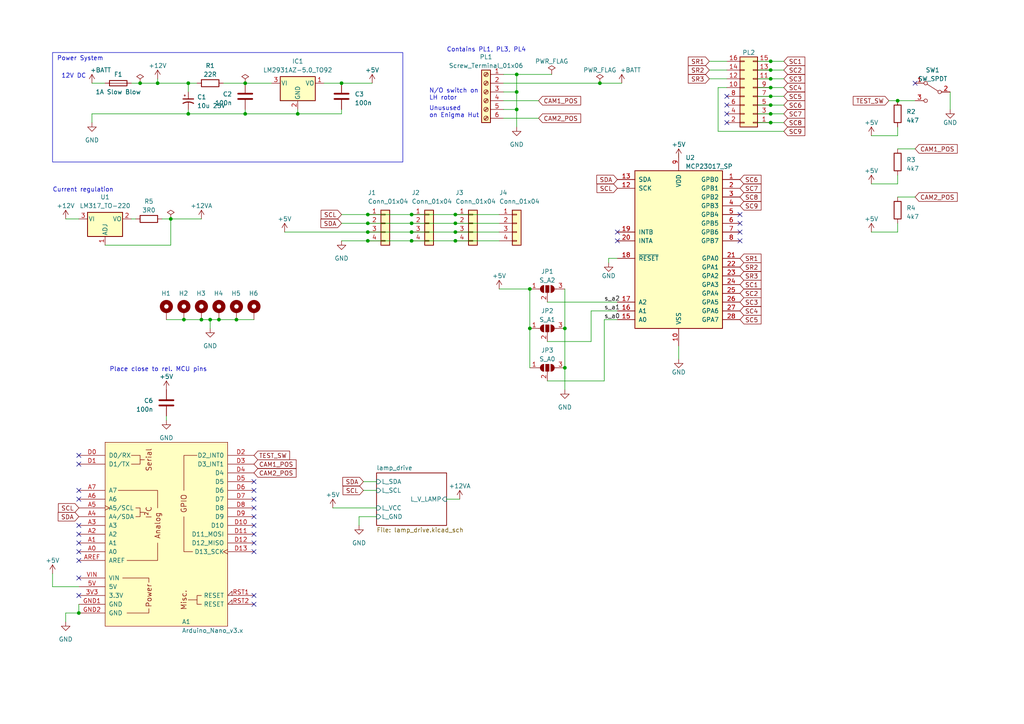
<source format=kicad_sch>
(kicad_sch (version 20230121) (generator eeschema)
  (paper "A4")
  (title_block (title "EngimaHut Switch Board"))
  (lib_symbols
    (symbol "Connector:Screw_Terminal_01x06" (pin_names (offset 1.016) hide)
      (property "Reference" "J" (at 0 7.62 0))
      (property "Value" "Screw_Terminal_01x06" (at 0 -10.16 0))
      (symbol "Screw_Terminal_01x06_1_1"
        (rectangle (start -1.27 6.35) (end 1.27 -8.89) (stroke (width 0.254)) (fill (type background)))
        (circle (center 0 -7.62) (radius 0.635) (stroke (width 0.1524)))
        (circle (center 0 -5.08) (radius 0.635) (stroke (width 0.1524)))
        (circle (center 0 -2.54) (radius 0.635) (stroke (width 0.1524)))
        (polyline (pts (xy -0.5334 -7.2898) (xy 0.3302 -8.128)) (stroke (width 0.1524)))
        (polyline (pts (xy -0.5334 -4.7498) (xy 0.3302 -5.588)) (stroke (width 0.1524)))
        (polyline (pts (xy -0.5334 -2.2098) (xy 0.3302 -3.048)) (stroke (width 0.1524)))
        (polyline (pts (xy -0.5334 0.3302) (xy 0.3302 -0.508)) (stroke (width 0.1524)))
        (polyline (pts (xy -0.5334 2.8702) (xy 0.3302 2.032)) (stroke (width 0.1524)))
        (polyline (pts (xy -0.5334 5.4102) (xy 0.3302 4.572)) (stroke (width 0.1524)))
        (polyline (pts (xy -0.3556 -7.112) (xy 0.508 -7.9502)) (stroke (width 0.1524)))
        (polyline (pts (xy -0.3556 -4.572) (xy 0.508 -5.4102)) (stroke (width 0.1524)))
        (polyline (pts (xy -0.3556 -2.032) (xy 0.508 -2.8702)) (stroke (width 0.1524)))
        (polyline (pts (xy -0.3556 0.508) (xy 0.508 -0.3302)) (stroke (width 0.1524)))
        (polyline (pts (xy -0.3556 3.048) (xy 0.508 2.2098)) (stroke (width 0.1524)))
        (polyline (pts (xy -0.3556 5.588) (xy 0.508 4.7498)) (stroke (width 0.1524)))
        (circle (center 0 0) (radius 0.635) (stroke (width 0.1524)))
        (circle (center 0 2.54) (radius 0.635) (stroke (width 0.1524)))
        (circle (center 0 5.08) (radius 0.635) (stroke (width 0.1524)))
        (pin passive line (at -5.08 5.08 0) (length 3.81) (name "Pin_1") (number "1"))
        (pin passive line (at -5.08 2.54 0) (length 3.81) (name "Pin_2") (number "2"))
        (pin passive line (at -5.08 0 0) (length 3.81) (name "Pin_3") (number "3"))
        (pin passive line (at -5.08 -2.54 0) (length 3.81) (name "Pin_4") (number "4"))
        (pin passive line (at -5.08 -5.08 0) (length 3.81) (name "Pin_5") (number "5"))
        (pin passive line (at -5.08 -7.62 0) (length 3.81) (name "Pin_6") (number "6"))
      )
    )
    (symbol "Connector_Generic:Conn_01x04" (pin_names (offset 1.016) hide)
      (property "Reference" "J" (at 0 5.08 0))
      (property "Value" "Conn_01x04" (at 0 -7.62 0))
      (symbol "Conn_01x04_1_1"
        (rectangle (start -1.27 -4.953) (end 0 -5.207) (stroke (width 0.1524)))
        (rectangle (start -1.27 -2.413) (end 0 -2.667) (stroke (width 0.1524)))
        (rectangle (start -1.27 0.127) (end 0 -0.127) (stroke (width 0.1524)))
        (rectangle (start -1.27 2.667) (end 0 2.413) (stroke (width 0.1524)))
        (rectangle (start -1.27 3.81) (end 1.27 -6.35) (stroke (width 0.254)) (fill (type background)))
        (pin passive line (at -5.08 2.54 0) (length 3.81) (name "Pin_1") (number "1"))
        (pin passive line (at -5.08 0 0) (length 3.81) (name "Pin_2") (number "2"))
        (pin passive line (at -5.08 -2.54 0) (length 3.81) (name "Pin_3") (number "3"))
        (pin passive line (at -5.08 -5.08 0) (length 3.81) (name "Pin_4") (number "4"))
      )
    )
    (symbol "Connector_Generic:Conn_02x08_Odd_Even" (pin_names (offset 1.016) hide)
      (property "Reference" "J" (at 1.27 10.16 0))
      (property "Value" "Conn_02x08_Odd_Even" (at 1.27 -12.7 0))
      (symbol "Conn_02x08_Odd_Even_1_1"
        (rectangle (start -1.27 -10.033) (end 0 -10.287) (stroke (width 0.1524)))
        (rectangle (start -1.27 -7.493) (end 0 -7.747) (stroke (width 0.1524)))
        (rectangle (start -1.27 -4.953) (end 0 -5.207) (stroke (width 0.1524)))
        (rectangle (start -1.27 -2.413) (end 0 -2.667) (stroke (width 0.1524)))
        (rectangle (start -1.27 0.127) (end 0 -0.127) (stroke (width 0.1524)))
        (rectangle (start -1.27 2.667) (end 0 2.413) (stroke (width 0.1524)))
        (rectangle (start -1.27 5.207) (end 0 4.953) (stroke (width 0.1524)))
        (rectangle (start -1.27 7.747) (end 0 7.493) (stroke (width 0.1524)))
        (rectangle (start -1.27 8.89) (end 3.81 -11.43) (stroke (width 0.254)) (fill (type background)))
        (rectangle (start 3.81 -10.033) (end 2.54 -10.287) (stroke (width 0.1524)))
        (rectangle (start 3.81 -7.493) (end 2.54 -7.747) (stroke (width 0.1524)))
        (rectangle (start 3.81 -4.953) (end 2.54 -5.207) (stroke (width 0.1524)))
        (rectangle (start 3.81 -2.413) (end 2.54 -2.667) (stroke (width 0.1524)))
        (rectangle (start 3.81 0.127) (end 2.54 -0.127) (stroke (width 0.1524)))
        (rectangle (start 3.81 2.667) (end 2.54 2.413) (stroke (width 0.1524)))
        (rectangle (start 3.81 5.207) (end 2.54 4.953) (stroke (width 0.1524)))
        (rectangle (start 3.81 7.747) (end 2.54 7.493) (stroke (width 0.1524)))
        (pin passive line (at -5.08 7.62 0) (length 3.81) (name "Pin_1") (number "1"))
        (pin passive line (at 7.62 -2.54 180) (length 3.81) (name "Pin_10") (number "10"))
        (pin passive line (at -5.08 -5.08 0) (length 3.81) (name "Pin_11") (number "11"))
        (pin passive line (at 7.62 -5.08 180) (length 3.81) (name "Pin_12") (number "12"))
        (pin passive line (at -5.08 -7.62 0) (length 3.81) (name "Pin_13") (number "13"))
        (pin passive line (at 7.62 -7.62 180) (length 3.81) (name "Pin_14") (number "14"))
        (pin passive line (at -5.08 -10.16 0) (length 3.81) (name "Pin_15") (number "15"))
        (pin passive line (at 7.62 -10.16 180) (length 3.81) (name "Pin_16") (number "16"))
        (pin passive line (at 7.62 7.62 180) (length 3.81) (name "Pin_2") (number "2"))
        (pin passive line (at -5.08 5.08 0) (length 3.81) (name "Pin_3") (number "3"))
        (pin passive line (at 7.62 5.08 180) (length 3.81) (name "Pin_4") (number "4"))
        (pin passive line (at -5.08 2.54 0) (length 3.81) (name "Pin_5") (number "5"))
        (pin passive line (at 7.62 2.54 180) (length 3.81) (name "Pin_6") (number "6"))
        (pin passive line (at -5.08 0 0) (length 3.81) (name "Pin_7") (number "7"))
        (pin passive line (at 7.62 0 180) (length 3.81) (name "Pin_8") (number "8"))
        (pin passive line (at -5.08 -2.54 0) (length 3.81) (name "Pin_9") (number "9"))
      )
    )
    (symbol "Device:C" (pin_numbers hide) (pin_names (offset 0.254))
      (property "Reference" "C" (at 0.635 2.54 0))
      (property "Value" "C" (at 0.635 -2.54 0))
      (symbol "C_0_1"
        (polyline (pts (xy -2.032 -0.762) (xy 2.032 -0.762)) (stroke (width 0.508)))
        (polyline (pts (xy -2.032 0.762) (xy 2.032 0.762)) (stroke (width 0.508)))
      )
      (symbol "C_1_1"
        (pin passive line (at 0 3.81 270) (length 2.794) (name "~") (number "1"))
        (pin passive line (at 0 -3.81 90) (length 2.794) (name "~") (number "2"))
      )
    )
    (symbol "Device:C_Polarized_Small_US" (pin_numbers hide) (pin_names (offset 0.254) hide)
      (property "Reference" "C" (at 0.254 1.778 0))
      (property "Value" "C_Polarized_Small_US" (at 0.254 -2.032 0))
      (symbol "C_Polarized_Small_US_0_1"
        (polyline (pts (xy -1.524 0.508) (xy 1.524 0.508)) (stroke (width 0.3048)))
        (polyline (pts (xy -1.27 1.524) (xy -0.762 1.524)))
        (polyline (pts (xy -1.016 1.27) (xy -1.016 1.778)))
        (arc (start 1.524 -0.762) (mid 0 -0.3734) (end -1.524 -0.762) (stroke (width 0.3048)))
      )
      (symbol "C_Polarized_Small_US_1_1"
        (pin passive line (at 0 2.54 270) (length 2.032) (name "~") (number "1"))
        (pin passive line (at 0 -2.54 90) (length 2.032) (name "~") (number "2"))
      )
    )
    (symbol "Device:Fuse" (pin_numbers hide) (pin_names (offset 0))
      (property "Reference" "F" (at 2.032 0 90))
      (property "Value" "Fuse" (at -1.905 0 90))
      (symbol "Fuse_0_1"
        (rectangle (start -0.762 -2.54) (end 0.762 2.54) (stroke (width 0.254)))
        (polyline (pts (xy 0 2.54) (xy 0 -2.54)))
      )
      (symbol "Fuse_1_1"
        (pin passive line (at 0 3.81 270) (length 1.27) (name "~") (number "1"))
        (pin passive line (at 0 -3.81 90) (length 1.27) (name "~") (number "2"))
      )
    )
    (symbol "Device:R" (pin_numbers hide) (pin_names (offset 0))
      (property "Reference" "R" (at 2.032 0 90))
      (property "Value" "R" (at 0 0 90))
      (symbol "R_0_1"
        (rectangle (start -1.016 -2.54) (end 1.016 2.54) (stroke (width 0.254)))
      )
      (symbol "R_1_1"
        (pin passive line (at 0 3.81 270) (length 1.27) (name "~") (number "1"))
        (pin passive line (at 0 -3.81 90) (length 1.27) (name "~") (number "2"))
      )
    )
    (symbol "Interface_Expansion:MCP23017_SP" (pin_names (offset 1.016))
      (property "Reference" "U" (at -11.43 24.13 0))
      (property "Value" "MCP23017_SP" (at 0 0 0))
      (symbol "MCP23017_SP_0_1"
        (rectangle (start -12.7 22.86) (end 12.7 -22.86) (stroke (width 0.254)) (fill (type background)))
      )
      (symbol "MCP23017_SP_1_1"
        (pin bidirectional line (at 17.78 20.32 180) (length 5.08) (name "GPB0") (number "1"))
        (pin power_in line (at 0 -27.94 90) (length 5.08) (name "VSS") (number "10"))
        (pin no_connect line (at -12.7 15.24 0) (length 5.08) hide (name "NC") (number "11"))
        (pin input line (at -17.78 17.78 0) (length 5.08) (name "SCK") (number "12"))
        (pin bidirectional line (at -17.78 20.32 0) (length 5.08) (name "SDA") (number "13"))
        (pin no_connect line (at -12.7 12.7 0) (length 5.08) hide (name "NC") (number "14"))
        (pin input line (at -17.78 -20.32 0) (length 5.08) (name "A0") (number "15"))
        (pin input line (at -17.78 -17.78 0) (length 5.08) (name "A1") (number "16"))
        (pin input line (at -17.78 -15.24 0) (length 5.08) (name "A2") (number "17"))
        (pin input line (at -17.78 -2.54 0) (length 5.08) (name "~{RESET}") (number "18"))
        (pin tri_state line (at -17.78 5.08 0) (length 5.08) (name "INTB") (number "19"))
        (pin bidirectional line (at 17.78 17.78 180) (length 5.08) (name "GPB1") (number "2"))
        (pin tri_state line (at -17.78 2.54 0) (length 5.08) (name "INTA") (number "20"))
        (pin bidirectional line (at 17.78 -2.54 180) (length 5.08) (name "GPA0") (number "21"))
        (pin bidirectional line (at 17.78 -5.08 180) (length 5.08) (name "GPA1") (number "22"))
        (pin bidirectional line (at 17.78 -7.62 180) (length 5.08) (name "GPA2") (number "23"))
        (pin bidirectional line (at 17.78 -10.16 180) (length 5.08) (name "GPA3") (number "24"))
        (pin bidirectional line (at 17.78 -12.7 180) (length 5.08) (name "GPA4") (number "25"))
        (pin bidirectional line (at 17.78 -15.24 180) (length 5.08) (name "GPA5") (number "26"))
        (pin bidirectional line (at 17.78 -17.78 180) (length 5.08) (name "GPA6") (number "27"))
        (pin bidirectional line (at 17.78 -20.32 180) (length 5.08) (name "GPA7") (number "28"))
        (pin bidirectional line (at 17.78 15.24 180) (length 5.08) (name "GPB2") (number "3"))
        (pin bidirectional line (at 17.78 12.7 180) (length 5.08) (name "GPB3") (number "4"))
        (pin bidirectional line (at 17.78 10.16 180) (length 5.08) (name "GPB4") (number "5"))
        (pin bidirectional line (at 17.78 7.62 180) (length 5.08) (name "GPB5") (number "6"))
        (pin bidirectional line (at 17.78 5.08 180) (length 5.08) (name "GPB6") (number "7"))
        (pin bidirectional line (at 17.78 2.54 180) (length 5.08) (name "GPB7") (number "8"))
        (pin power_in line (at 0 27.94 270) (length 5.08) (name "VDD") (number "9"))
      )
    )
    (symbol "Jumper:SolderJumper_3_Open" (pin_names (offset 0) hide)
      (property "Reference" "JP" (at -2.54 -2.54 0))
      (property "Value" "SolderJumper_3_Open" (at 0 2.794 0))
      (symbol "SolderJumper_3_Open_0_1"
        (arc (start -1.016 1.016) (mid -2.0276 0) (end -1.016 -1.016))
        (arc (start -1.016 1.016) (mid -2.0276 0) (end -1.016 -1.016) (fill (type outline)))
        (rectangle (start -0.508 1.016) (end 0.508 -1.016) (fill (type outline)))
        (polyline (pts (xy -2.54 0) (xy -2.032 0)))
        (polyline (pts (xy -1.016 1.016) (xy -1.016 -1.016)))
        (polyline (pts (xy 0 -1.27) (xy 0 -1.016)))
        (polyline (pts (xy 1.016 1.016) (xy 1.016 -1.016)))
        (polyline (pts (xy 2.54 0) (xy 2.032 0)))
        (arc (start 1.016 -1.016) (mid 2.0276 0) (end 1.016 1.016))
        (arc (start 1.016 -1.016) (mid 2.0276 0) (end 1.016 1.016) (fill (type outline)))
      )
      (symbol "SolderJumper_3_Open_1_1"
        (pin passive line (at -5.08 0 0) (length 2.54) (name "A") (number "1"))
        (pin passive line (at 0 -3.81 90) (length 2.54) (name "C") (number "2"))
        (pin passive line (at 5.08 0 180) (length 2.54) (name "B") (number "3"))
      )
    )
    (symbol "Mechanical:MountingHole_Pad" (pin_numbers hide) (pin_names (offset 1.016) hide)
      (property "Reference" "H" (at 0 6.35 0))
      (property "Value" "MountingHole_Pad" (at 0 4.445 0))
      (symbol "MountingHole_Pad_0_1"
        (circle (center 0 1.27) (radius 1.27) (stroke (width 1.27)))
      )
      (symbol "MountingHole_Pad_1_1"
        (pin input line (at 0 -2.54 90) (length 2.54) (name "1") (number "1"))
      )
    )
    (symbol "PCM_arduino-library:Arduino_Nano_Socket" (pin_names (offset 1.016))
      (property "Reference" "A" (at 0 33.02 0))
      (property "Value" "Arduino_Nano_Socket" (at 0 29.21 0))
      (symbol "Arduino_Nano_Socket_0_0"
        (rectangle (start -17.78 26.67) (end 17.78 -26.67) (fill (type background)))
        (polyline (pts (xy -7.62 6.35) (xy -6.35 6.35)))
        (polyline (pts (xy -7.62 21.59) (xy -6.35 21.59)))
        (polyline (pts (xy 8.89 -19.05) (xy 6.35 -19.05)))
        (polyline (pts (xy -11.43 -22.86) (xy -5.08 -22.86) (xy -5.08 -21.59)))
        (polyline (pts (xy -5.08 -13.97) (xy -5.08 -12.7) (xy -12.7 -12.7)))
        (polyline (pts (xy -10.16 22.86) (xy -7.62 22.86) (xy -7.62 20.32) (xy -10.16 20.32)))
        (polyline (pts (xy -8.89 7.62) (xy -7.62 7.62) (xy -7.62 5.08) (xy -8.89 5.08)))
        (text "Analog" (at -2.54 2.54 900) (effects (font (size 1.524 1.524))))
        (text "I²C" (at -5.08 6.35 900) (effects (font (size 1.524 1.524))))
        (text "Misc." (at 5.08 -19.05 900) (effects (font (size 1.524 1.524))))
        (text "Power" (at -5.08 -17.78 900) (effects (font (size 1.524 1.524))))
        (text "Serial" (at -5.08 21.59 900) (effects (font (size 1.524 1.524))))
      )
      (symbol "Arduino_Nano_Socket_0_1"
        (polyline (pts (xy -13.97 12.7) (xy -2.54 12.7) (xy -2.54 7.62)))
        (polyline (pts (xy -11.43 -7.62) (xy -2.54 -7.62) (xy -2.54 -2.54)))
        (polyline (pts (xy 7.62 -5.08) (xy 5.08 -5.08) (xy 5.08 5.08)))
        (polyline (pts (xy 8.89 22.86) (xy 5.08 22.86) (xy 5.08 12.7)))
        (polyline (pts (xy 10.16 -17.78) (xy 8.89 -17.78) (xy 8.89 -20.32) (xy 10.16 -20.32)))
      )
      (symbol "Arduino_Nano_Socket_1_0"
        (text "GPIO" (at 5.08 8.89 900) (effects (font (size 1.524 1.524))))
      )
      (symbol "Arduino_Nano_Socket_1_1"
        (pin power_out line (at -25.4 -17.78 0) (length 7.62) (name "3.3V") (number "3V3"))
        (pin power_in line (at -25.4 -15.24 0) (length 7.62) (name "5V") (number "5V"))
        (pin bidirectional line (at -25.4 -5.08 0) (length 7.62) (name "A0") (number "A0"))
        (pin bidirectional line (at -25.4 -2.54 0) (length 7.62) (name "A1") (number "A1"))
        (pin bidirectional line (at -25.4 0 0) (length 7.62) (name "A2") (number "A2"))
        (pin bidirectional line (at -25.4 2.54 0) (length 7.62) (name "A3") (number "A3"))
        (pin bidirectional line (at -25.4 5.08 0) (length 7.62) (name "A4/SDA") (number "A4"))
        (pin bidirectional clock (at -25.4 7.62 0) (length 7.62) (name "A5/SCL") (number "A5"))
        (pin input line (at -25.4 10.16 0) (length 7.62) (name "A6") (number "A6"))
        (pin input line (at -25.4 12.7 0) (length 7.62) (name "A7") (number "A7"))
        (pin input line (at -25.4 -7.62 0) (length 7.62) (name "AREF") (number "AREF"))
        (pin bidirectional line (at -25.4 22.86 0) (length 7.62) (name "D0/RX") (number "D0"))
        (pin bidirectional line (at -25.4 20.32 0) (length 7.62) (name "D1/TX") (number "D1"))
        (pin bidirectional line (at 25.4 2.54 180) (length 7.62) (name "D10") (number "D10"))
        (pin bidirectional line (at 25.4 0 180) (length 7.62) (name "D11_MOSI") (number "D11"))
        (pin bidirectional line (at 25.4 -2.54 180) (length 7.62) (name "D12_MISO") (number "D12"))
        (pin bidirectional clock (at 25.4 -5.08 180) (length 7.62) (name "D13_SCK") (number "D13"))
        (pin bidirectional line (at 25.4 22.86 180) (length 7.62) (name "D2_INT0") (number "D2"))
        (pin bidirectional line (at 25.4 20.32 180) (length 7.62) (name "D3_INT1") (number "D3"))
        (pin bidirectional line (at 25.4 17.78 180) (length 7.62) (name "D4") (number "D4"))
        (pin bidirectional line (at 25.4 15.24 180) (length 7.62) (name "D5") (number "D5"))
        (pin bidirectional line (at 25.4 12.7 180) (length 7.62) (name "D6") (number "D6"))
        (pin bidirectional line (at 25.4 10.16 180) (length 7.62) (name "D7") (number "D7"))
        (pin bidirectional line (at 25.4 7.62 180) (length 7.62) (name "D8") (number "D8"))
        (pin bidirectional line (at 25.4 5.08 180) (length 7.62) (name "D9") (number "D9"))
        (pin power_in line (at -25.4 -20.32 0) (length 7.62) (name "GND") (number "GND1"))
        (pin power_in line (at -25.4 -22.86 0) (length 7.62) (name "GND") (number "GND2"))
        (pin open_collector input_low (at 25.4 -17.78 180) (length 7.62) (name "RESET") (number "RST1"))
        (pin open_collector input_low (at 25.4 -20.32 180) (length 7.62) (name "RESET") (number "RST2"))
        (pin power_in line (at -25.4 -12.7 0) (length 7.62) (name "VIN") (number "VIN"))
      )
    )
    (symbol "Regulator_Linear:LM2931AZ-5.0_TO92" (pin_names (offset 0.254))
      (property "Reference" "U" (at -3.81 3.175 0))
      (property "Value" "LM2931AZ-5.0_TO92" (at 0 3.175 0))
      (symbol "LM2931AZ-5.0_TO92_0_1"
        (rectangle (start -5.08 -5.08) (end 5.08 1.905) (stroke (width 0.254)) (fill (type background)))
      )
      (symbol "LM2931AZ-5.0_TO92_1_1"
        (pin power_out line (at 7.62 0 180) (length 2.54) (name "VO") (number "1"))
        (pin power_in line (at 0 -7.62 90) (length 2.54) (name "GND") (number "2"))
        (pin power_in line (at -7.62 0 0) (length 2.54) (name "VI") (number "3"))
      )
    )
    (symbol "Regulator_Linear:LM317_TO-220" (pin_names (offset 0.254))
      (property "Reference" "U" (at -3.81 3.175 0))
      (property "Value" "LM317_TO-220" (at 0 3.175 0))
      (symbol "LM317_TO-220_0_1"
        (rectangle (start -5.08 1.905) (end 5.08 -5.08) (stroke (width 0.254)) (fill (type background)))
      )
      (symbol "LM317_TO-220_1_1"
        (pin input line (at 0 -7.62 90) (length 2.54) (name "ADJ") (number "1"))
        (pin power_out line (at 7.62 0 180) (length 2.54) (name "VO") (number "2"))
        (pin power_in line (at -7.62 0 0) (length 2.54) (name "VI") (number "3"))
      )
    )
    (symbol "Switch:SW_SPDT" (pin_names (offset 0) hide)
      (property "Reference" "SW" (at 0 4.318 0))
      (property "Value" "SW_SPDT" (at 0 -5.08 0))
      (symbol "SW_SPDT_0_0"
        (circle (center -2.032 0) (radius 0.508))
        (circle (center 2.032 -2.54) (radius 0.508))
      )
      (symbol "SW_SPDT_0_1"
        (polyline (pts (xy -1.524 0.254) (xy 1.651 2.286)))
        (circle (center 2.032 2.54) (radius 0.508))
      )
      (symbol "SW_SPDT_1_1"
        (pin passive line (at 5.08 2.54 180) (length 2.54) (name "A") (number "1"))
        (pin passive line (at -5.08 0 0) (length 2.54) (name "B") (number "2"))
        (pin passive line (at 5.08 -2.54 180) (length 2.54) (name "C") (number "3"))
      )
    )
    (symbol "power:+12V" (power) (pin_names (offset 0))
      (property "Value" "+12V" (at 0 3.556 0))
      (symbol "+12V_0_1"
        (polyline (pts (xy -0.762 1.27) (xy 0 2.54)))
        (polyline (pts (xy 0 0) (xy 0 2.54)))
        (polyline (pts (xy 0 2.54) (xy 0.762 1.27)))
      )
      (symbol "+12V_1_1"
        (pin power_in line (at 0 0 90) (length 0) hide (name "+12V") (number "1"))
      )
    )
    (symbol "power:+12VA" (power) (pin_names (offset 0))
      (property "Value" "+12VA" (at 0 3.556 0))
      (symbol "+12VA_0_1"
        (polyline (pts (xy -0.762 1.27) (xy 0 2.54)))
        (polyline (pts (xy 0 0) (xy 0 2.54)))
        (polyline (pts (xy 0 2.54) (xy 0.762 1.27)))
      )
      (symbol "+12VA_1_1"
        (pin power_in line (at 0 0 90) (length 0) hide (name "+12VA") (number "1"))
      )
    )
    (symbol "power:+5V" (power) (pin_names (offset 0))
      (property "Value" "+5V" (at 0 3.556 0))
      (symbol "+5V_0_1"
        (polyline (pts (xy -0.762 1.27) (xy 0 2.54)))
        (polyline (pts (xy 0 0) (xy 0 2.54)))
        (polyline (pts (xy 0 2.54) (xy 0.762 1.27)))
      )
      (symbol "+5V_1_1"
        (pin power_in line (at 0 0 90) (length 0) hide (name "+5V") (number "1"))
      )
    )
    (symbol "power:+BATT" (power) (pin_names (offset 0))
      (property "Value" "+BATT" (at 0 3.556 0))
      (symbol "+BATT_0_1"
        (polyline (pts (xy -0.762 1.27) (xy 0 2.54)))
        (polyline (pts (xy 0 0) (xy 0 2.54)))
        (polyline (pts (xy 0 2.54) (xy 0.762 1.27)))
      )
      (symbol "+BATT_1_1"
        (pin power_in line (at 0 0 90) (length 0) hide (name "+BATT") (number "1"))
      )
    )
    (symbol "power:GND" (power) (pin_names (offset 0))
      (property "Value" "GND" (at 0 -3.81 0))
      (symbol "GND_0_1"
        (polyline (pts (xy 0 0) (xy 0 -1.27) (xy 1.27 -1.27) (xy 0 -2.54) (xy -1.27 -1.27) (xy 0 -1.27)))
      )
      (symbol "GND_1_1"
        (pin power_in line (at 0 0 270) (length 0) hide (name "GND") (number "1"))
      )
    )
    (symbol "power:PWR_FLAG" (power) (pin_numbers hide) (pin_names (offset 0) hide)
      (property "Value" "PWR_FLAG" (at 0 3.81 0))
      (symbol "PWR_FLAG_0_0"
        (pin power_out line (at 0 0 90) (length 0) (name "pwr") (number "1"))
      )
      (symbol "PWR_FLAG_0_1"
        (polyline (pts (xy 0 0) (xy 0 1.27) (xy -1.016 1.905) (xy 0 2.54) (xy 1.016 1.905) (xy 0 1.27)))
      )
    )
  )
  (junction (at 223.52 30.48))
  (junction (at 153.67 95.25))
  (junction (at 106.68 62.23))
  (junction (at 149.86 31.75))
  (junction (at 63.5 92.71))
  (junction (at 260.35 29.21))
  (junction (at 223.52 35.56))
  (junction (at 153.67 83.82))
  (junction (at 71.12 33.02))
  (junction (at 163.83 106.68))
  (junction (at 149.86 26.67))
  (junction (at 119.38 64.77))
  (junction (at 106.68 67.31))
  (junction (at 86.36 33.02))
  (junction (at 223.52 17.78))
  (junction (at 60.96 92.71))
  (junction (at 223.52 33.02))
  (junction (at 49.53 63.5))
  (junction (at 132.08 69.85))
  (junction (at 223.52 27.94))
  (junction (at 54.61 24.13))
  (junction (at 132.08 62.23))
  (junction (at 54.61 33.02))
  (junction (at 119.38 67.31))
  (junction (at 119.38 69.85))
  (junction (at 223.52 20.32))
  (junction (at 163.83 95.25))
  (junction (at 106.68 69.85))
  (junction (at 53.34 92.71))
  (junction (at 223.52 25.4))
  (junction (at 223.52 22.86))
  (junction (at 58.42 92.71))
  (junction (at 40.64 24.13))
  (junction (at 99.06 24.13))
  (junction (at 119.38 62.23))
  (junction (at 106.68 64.77))
  (junction (at 22.86 177.8))
  (junction (at 132.08 67.31))
  (junction (at 132.08 64.77))
  (junction (at 173.99 24.13))
  (junction (at 45.72 24.13))
  (junction (at 68.58 92.71))
  (junction (at 71.12 24.13))
  (junction (at 149.86 21.59))
  (no_connect (at 73.66 149.86))
  (no_connect (at 22.86 157.48))
  (no_connect (at 210.82 33.02))
  (no_connect (at 73.66 154.94))
  (no_connect (at 22.86 134.62))
  (no_connect (at 214.63 69.85))
  (no_connect (at 73.66 142.24))
  (no_connect (at 22.86 144.78))
  (no_connect (at 22.86 142.24))
  (no_connect (at 73.66 147.32))
  (no_connect (at 73.66 157.48))
  (no_connect (at 22.86 152.4))
  (no_connect (at 22.86 162.56))
  (no_connect (at 73.66 172.72))
  (no_connect (at 214.63 62.23))
  (no_connect (at 73.66 152.4))
  (no_connect (at 73.66 175.26))
  (no_connect (at 22.86 172.72))
  (no_connect (at 22.86 154.94))
  (no_connect (at 179.07 69.85))
  (no_connect (at 214.63 67.31))
  (no_connect (at 22.86 167.64))
  (no_connect (at 265.43 24.13))
  (no_connect (at 214.63 64.77))
  (no_connect (at 179.07 67.31))
  (no_connect (at 22.86 132.08))
  (no_connect (at 73.66 139.7))
  (no_connect (at 73.66 160.02))
  (no_connect (at 22.86 160.02))
  (no_connect (at 210.82 35.56))
  (no_connect (at 210.82 27.94))
  (no_connect (at 73.66 144.78))
  (no_connect (at 210.82 30.48))
  (wire (pts (xy 132.08 69.85) (xy 144.78 69.85)))
  (wire (pts (xy 196.85 100.33) (xy 196.85 104.14)))
  (wire (pts (xy 129.54 144.78) (xy 133.35 144.78)))
  (wire (pts (xy 146.05 26.67) (xy 149.86 26.67)))
  (wire (pts (xy 260.35 36.83) (xy 260.35 39.37)))
  (wire (pts (xy 223.52 17.78) (xy 227.33 17.78)))
  (wire (pts (xy 146.05 21.59) (xy 149.86 21.59)))
  (wire (pts (xy 132.08 67.31) (xy 144.78 67.31)))
  (wire (pts (xy 149.86 21.59) (xy 160.02 21.59)))
  (wire (pts (xy 54.61 26.67) (xy 54.61 24.13)))
  (wire (pts (xy 64.77 24.13) (xy 71.12 24.13)))
  (wire (pts (xy 219.71 33.02) (xy 223.52 33.02)))
  (wire (pts (xy 219.71 35.56) (xy 223.52 35.56)))
  (wire (pts (xy 99.06 69.85) (xy 106.68 69.85)))
  (wire (pts (xy 22.86 175.26) (xy 22.86 177.8)))
  (wire (pts (xy 99.06 24.13) (xy 107.95 24.13)))
  (wire (pts (xy 45.72 22.86) (xy 45.72 24.13)))
  (wire (pts (xy 86.36 31.75) (xy 86.36 33.02)))
  (wire (pts (xy 146.05 34.29) (xy 156.21 34.29)))
  (wire (pts (xy 58.42 92.71) (xy 60.96 92.71)))
  (wire (pts (xy 119.38 62.23) (xy 132.08 62.23)))
  (wire (pts (xy 175.26 92.71) (xy 175.26 110.49)))
  (wire (pts (xy 176.53 76.2) (xy 176.53 74.93)))
  (wire (pts (xy 252.73 53.34) (xy 260.35 53.34)))
  (wire (pts (xy 106.68 62.23) (xy 119.38 62.23)))
  (wire (pts (xy 71.12 24.13) (xy 78.74 24.13)))
  (wire (pts (xy 26.67 33.02) (xy 26.67 35.56)))
  (wire (pts (xy 93.98 24.13) (xy 99.06 24.13)))
  (wire (pts (xy 26.67 33.02) (xy 54.61 33.02)))
  (wire (pts (xy 208.28 25.4) (xy 210.82 25.4)))
  (wire (pts (xy 40.64 24.13) (xy 45.72 24.13)))
  (wire (pts (xy 106.68 67.31) (xy 119.38 67.31)))
  (wire (pts (xy 19.05 177.8) (xy 19.05 180.34)))
  (wire (pts (xy 49.53 63.5) (xy 46.99 63.5)))
  (wire (pts (xy 104.14 152.4) (xy 104.14 149.86)))
  (wire (pts (xy 63.5 92.71) (xy 68.58 92.71)))
  (wire (pts (xy 146.05 24.13) (xy 173.99 24.13)))
  (wire (pts (xy 119.38 69.85) (xy 132.08 69.85)))
  (wire (pts (xy 119.38 64.77) (xy 132.08 64.77)))
  (wire (pts (xy 205.74 22.86) (xy 210.82 22.86)))
  (wire (pts (xy 99.06 31.75) (xy 99.06 33.02)))
  (wire (pts (xy 71.12 31.75) (xy 71.12 33.02)))
  (wire (pts (xy 149.86 21.59) (xy 149.86 26.67)))
  (wire (pts (xy 104.14 149.86) (xy 109.22 149.86)))
  (wire (pts (xy 60.96 92.71) (xy 63.5 92.71)))
  (wire (pts (xy 68.58 92.71) (xy 73.66 92.71)))
  (wire (pts (xy 252.73 67.31) (xy 260.35 67.31)))
  (wire (pts (xy 82.55 67.31) (xy 106.68 67.31)))
  (wire (pts (xy 260.35 50.8) (xy 260.35 53.34)))
  (wire (pts (xy 30.48 71.12) (xy 49.53 71.12)))
  (wire (pts (xy 54.61 24.13) (xy 57.15 24.13)))
  (wire (pts (xy 49.53 63.5) (xy 58.42 63.5)))
  (wire (pts (xy 105.41 139.7) (xy 109.22 139.7)))
  (wire (pts (xy 176.53 74.93) (xy 179.07 74.93)))
  (wire (pts (xy 223.52 35.56) (xy 227.33 35.56)))
  (wire (pts (xy 132.08 64.77) (xy 144.78 64.77)))
  (wire (pts (xy 53.34 92.71) (xy 58.42 92.71)))
  (wire (pts (xy 38.1 24.13) (xy 40.64 24.13)))
  (wire (pts (xy 205.74 20.32) (xy 210.82 20.32)))
  (wire (pts (xy 219.71 25.4) (xy 223.52 25.4)))
  (wire (pts (xy 153.67 83.82) (xy 153.67 95.25)))
  (wire (pts (xy 149.86 31.75) (xy 149.86 36.83)))
  (wire (pts (xy 38.1 63.5) (xy 39.37 63.5)))
  (wire (pts (xy 106.68 64.77) (xy 119.38 64.77)))
  (wire (pts (xy 260.35 64.77) (xy 260.35 67.31)))
  (wire (pts (xy 223.52 27.94) (xy 227.33 27.94)))
  (wire (pts (xy 106.68 69.85) (xy 119.38 69.85)))
  (wire (pts (xy 257.81 29.21) (xy 260.35 29.21)))
  (wire (pts (xy 223.52 25.4) (xy 227.33 25.4)))
  (wire (pts (xy 163.83 83.82) (xy 163.83 95.25)))
  (wire (pts (xy 19.05 63.5) (xy 22.86 63.5)))
  (wire (pts (xy 208.28 38.1) (xy 208.28 25.4)))
  (wire (pts (xy 71.12 33.02) (xy 54.61 33.02)))
  (wire (pts (xy 219.71 30.48) (xy 223.52 30.48)))
  (wire (pts (xy 260.35 57.15) (xy 265.43 57.15)))
  (wire (pts (xy 153.67 95.25) (xy 153.67 106.68)))
  (wire (pts (xy 105.41 142.24) (xy 109.22 142.24)))
  (wire (pts (xy 173.99 24.13) (xy 180.34 24.13)))
  (wire (pts (xy 71.12 33.02) (xy 86.36 33.02)))
  (wire (pts (xy 179.07 92.71) (xy 175.26 92.71)))
  (wire (pts (xy 146.05 29.21) (xy 156.21 29.21)))
  (wire (pts (xy 219.71 20.32) (xy 223.52 20.32)))
  (wire (pts (xy 158.75 87.63) (xy 179.07 87.63)))
  (wire (pts (xy 99.06 33.02) (xy 86.36 33.02)))
  (wire (pts (xy 223.52 30.48) (xy 227.33 30.48)))
  (wire (pts (xy 219.71 22.86) (xy 223.52 22.86)))
  (wire (pts (xy 149.86 26.67) (xy 149.86 31.75)))
  (wire (pts (xy 119.38 67.31) (xy 132.08 67.31)))
  (wire (pts (xy 144.78 83.82) (xy 153.67 83.82)))
  (wire (pts (xy 223.52 22.86) (xy 227.33 22.86)))
  (wire (pts (xy 196.85 45.72) (xy 196.85 44.45)))
  (wire (pts (xy 260.35 43.18) (xy 265.43 43.18)))
  (wire (pts (xy 48.26 92.71) (xy 53.34 92.71)))
  (wire (pts (xy 275.59 26.67) (xy 275.59 31.75)))
  (wire (pts (xy 223.52 33.02) (xy 227.33 33.02)))
  (wire (pts (xy 49.53 63.5) (xy 49.53 71.12)))
  (wire (pts (xy 54.61 31.75) (xy 54.61 33.02)))
  (wire (pts (xy 205.74 17.78) (xy 210.82 17.78)))
  (wire (pts (xy 48.26 121.92) (xy 48.26 120.65)))
  (wire (pts (xy 219.71 17.78) (xy 223.52 17.78)))
  (wire (pts (xy 99.06 62.23) (xy 106.68 62.23)))
  (wire (pts (xy 19.05 177.8) (xy 22.86 177.8)))
  (wire (pts (xy 163.83 106.68) (xy 163.83 113.03)))
  (wire (pts (xy 227.33 38.1) (xy 208.28 38.1)))
  (wire (pts (xy 260.35 29.21) (xy 265.43 29.21)))
  (wire (pts (xy 171.45 90.17) (xy 171.45 99.06)))
  (wire (pts (xy 15.24 170.18) (xy 22.86 170.18)))
  (wire (pts (xy 99.06 64.77) (xy 106.68 64.77)))
  (wire (pts (xy 96.52 147.32) (xy 109.22 147.32)))
  (wire (pts (xy 223.52 20.32) (xy 227.33 20.32)))
  (wire (pts (xy 179.07 90.17) (xy 171.45 90.17)))
  (wire (pts (xy 26.67 24.13) (xy 30.48 24.13)))
  (wire (pts (xy 158.75 110.49) (xy 175.26 110.49)))
  (wire (pts (xy 60.96 92.71) (xy 60.96 95.25)))
  (wire (pts (xy 219.71 27.94) (xy 223.52 27.94)))
  (wire (pts (xy 163.83 95.25) (xy 163.83 106.68)))
  (wire (pts (xy 146.05 31.75) (xy 149.86 31.75)))
  (wire (pts (xy 158.75 99.06) (xy 171.45 99.06)))
  (wire (pts (xy 45.72 24.13) (xy 54.61 24.13)))
  (wire (pts (xy 15.24 170.18) (xy 15.24 166.37)))
  (wire (pts (xy 252.73 39.37) (xy 260.35 39.37)))
  (wire (pts (xy 132.08 62.23) (xy 144.78 62.23)))
  (rectangle (start 15.24 15.24) (end 116.84 46.99))
  (text "Place close to rel. MCU pins " (at 31.75 107.95 0) (effects (font (size 1.27 1.27)) (justify left bottom)))
  (text "Unusused \non Enigma Hut\n" (at 124.46 34.29 0) (effects (font (size 1.27 1.27)) (justify left bottom)))
  (text "Current regulation" (at 15.24 55.88 0) (effects (font (size 1.27 1.27)) (justify left bottom)))
  (text "Power System" (at 16.51 17.78 0) (effects (font (size 1.27 1.27)) (justify left bottom)))
  (text "N/O switch on\nLH rotor\n" (at 124.46 29.21 0) (effects (font (size 1.27 1.27)) (justify left bottom)))
  (text "Contains PL1, PL3, PL4\n" (at 129.54 15.24 0) (effects (font (size 1.27 1.27)) (justify left bottom)))
  (text "12V DC" (at 17.78 22.86 0) (effects (font (size 1.27 1.27)) (justify left bottom)))
  (label "s_a1" (at 175.26 90.17 0))
  (label "s_a0" (at 175.26 92.71 0))
  (label "s_a2" (at 175.26 87.63 0))
  (global_label "SDA" (shape input) (at 99.06 64.77 180) (property "Intersheetrefs" "${INTERSHEET_REFS}" (effects hide)))
  (global_label "SDA" (shape input) (at 22.86 149.86 180) (property "Intersheetrefs" "${INTERSHEET_REFS}" (effects hide)))
  (global_label "SC1" (shape input) (at 214.63 82.55 0) (property "Intersheetrefs" "${INTERSHEET_REFS}" (effects hide)))
  (global_label "SC8" (shape input) (at 214.63 57.15 0) (property "Intersheetrefs" "${INTERSHEET_REFS}" (effects hide)))
  (global_label "CAM1_POS" (shape input) (at 265.43 43.18 0) (property "Intersheetrefs" "${INTERSHEET_REFS}" (effects hide)))
  (global_label "SC2" (shape input) (at 227.33 20.32 0) (property "Intersheetrefs" "${INTERSHEET_REFS}" (effects hide)))
  (global_label "CAM1_POS" (shape input) (at 73.66 134.62 0) (property "Intersheetrefs" "${INTERSHEET_REFS}" (effects hide)))
  (global_label "SR1" (shape input) (at 214.63 74.93 0) (property "Intersheetrefs" "${INTERSHEET_REFS}" (effects hide)))
  (global_label "SC5" (shape input) (at 214.63 92.71 0) (property "Intersheetrefs" "${INTERSHEET_REFS}" (effects hide)))
  (global_label "SR2" (shape input) (at 214.63 77.47 0) (property "Intersheetrefs" "${INTERSHEET_REFS}" (effects hide)))
  (global_label "CAM1_POS" (shape input) (at 156.21 29.21 0) (property "Intersheetrefs" "${INTERSHEET_REFS}" (effects hide)))
  (global_label "SR2" (shape input) (at 205.74 20.32 180) (property "Intersheetrefs" "${INTERSHEET_REFS}" (effects hide)))
  (global_label "SC9" (shape input) (at 227.33 38.1 0) (property "Intersheetrefs" "${INTERSHEET_REFS}" (effects hide)))
  (global_label "SC9" (shape input) (at 214.63 59.69 0) (property "Intersheetrefs" "${INTERSHEET_REFS}" (effects hide)))
  (global_label "SCL" (shape input) (at 22.86 147.32 180) (property "Intersheetrefs" "${INTERSHEET_REFS}" (effects hide)))
  (global_label "SC2" (shape input) (at 214.63 85.09 0) (property "Intersheetrefs" "${INTERSHEET_REFS}" (effects hide)))
  (global_label "SCL" (shape input) (at 99.06 62.23 180) (property "Intersheetrefs" "${INTERSHEET_REFS}" (effects hide)))
  (global_label "SC4" (shape input) (at 227.33 25.4 0) (property "Intersheetrefs" "${INTERSHEET_REFS}" (effects hide)))
  (global_label "SDA" (shape input) (at 105.41 139.7 180) (property "Intersheetrefs" "${INTERSHEET_REFS}" (effects hide)))
  (global_label "SDA" (shape input) (at 179.07 52.07 180) (property "Intersheetrefs" "${INTERSHEET_REFS}" (effects hide)))
  (global_label "SC5" (shape input) (at 227.33 27.94 0) (property "Intersheetrefs" "${INTERSHEET_REFS}" (effects hide)))
  (global_label "SR3" (shape input) (at 205.74 22.86 180) (property "Intersheetrefs" "${INTERSHEET_REFS}" (effects hide)))
  (global_label "CAM2_POS" (shape input) (at 156.21 34.29 0) (property "Intersheetrefs" "${INTERSHEET_REFS}" (effects hide)))
  (global_label "SC7" (shape input) (at 227.33 33.02 0) (property "Intersheetrefs" "${INTERSHEET_REFS}" (effects hide)))
  (global_label "TEST_SW" (shape input) (at 257.81 29.21 180) (property "Intersheetrefs" "${INTERSHEET_REFS}" (effects hide)))
  (global_label "SC6" (shape input) (at 227.33 30.48 0) (property "Intersheetrefs" "${INTERSHEET_REFS}" (effects hide)))
  (global_label "SC8" (shape input) (at 227.33 35.56 0) (property "Intersheetrefs" "${INTERSHEET_REFS}" (effects hide)))
  (global_label "SC4" (shape input) (at 214.63 90.17 0) (property "Intersheetrefs" "${INTERSHEET_REFS}" (effects hide)))
  (global_label "CAM2_POS" (shape input) (at 265.43 57.15 0) (property "Intersheetrefs" "${INTERSHEET_REFS}" (effects hide)))
  (global_label "SR3" (shape input) (at 214.63 80.01 0) (property "Intersheetrefs" "${INTERSHEET_REFS}" (effects hide)))
  (global_label "SC3" (shape input) (at 214.63 87.63 0) (property "Intersheetrefs" "${INTERSHEET_REFS}" (effects hide)))
  (global_label "SCL" (shape input) (at 105.41 142.24 180) (property "Intersheetrefs" "${INTERSHEET_REFS}" (effects hide)))
  (global_label "SC1" (shape input) (at 227.33 17.78 0) (property "Intersheetrefs" "${INTERSHEET_REFS}" (effects hide)))
  (global_label "SC3" (shape input) (at 227.33 22.86 0) (property "Intersheetrefs" "${INTERSHEET_REFS}" (effects hide)))
  (global_label "SCL" (shape input) (at 179.07 54.61 180) (property "Intersheetrefs" "${INTERSHEET_REFS}" (effects hide)))
  (global_label "SC6" (shape input) (at 214.63 52.07 0) (property "Intersheetrefs" "${INTERSHEET_REFS}" (effects hide)))
  (global_label "SR1" (shape input) (at 205.74 17.78 180) (property "Intersheetrefs" "${INTERSHEET_REFS}" (effects hide)))
  (global_label "TEST_SW" (shape input) (at 73.66 132.08 0) (property "Intersheetrefs" "${INTERSHEET_REFS}" (effects hide)))
  (global_label "CAM2_POS" (shape input) (at 73.66 137.16 0) (property "Intersheetrefs" "${INTERSHEET_REFS}" (effects hide)))
  (global_label "SC7" (shape input) (at 214.63 54.61 0) (property "Intersheetrefs" "${INTERSHEET_REFS}" (effects hide)))
  (symbol (lib_id "Device:R") (at 43.18 63.5 90) (unit 1)
    (property "Reference" "R5" (at 43.18 58.42 90))
    (property "Value" "3R0" (at 43.18 60.96 90))
    (property "Footprint" "Resistor_THT:R_Axial_DIN0918_L18.0mm_D9.0mm_P25.40mm_Horizontal" (effects hide))
    (property "Datasheet" "https://docs.rs-online.com/e2bc/A700000008799638.G24071932708JIC000" (effects hide))
  )
  (symbol (lib_id "power:+5V") (at 252.73 39.37 0) (unit 1)
    (property "Reference" "#PWR027" (effects hide))
    (property "Value" "+5V" (at 252.73 35.56 0))
  )
  (symbol (lib_id "power:PWR_FLAG") (at 71.12 24.13 0) (unit 1)
    (property "Reference" "#FLG03" (effects hide))
    (property "Value" "PWR_FLAG" (effects hide))
  )
  (symbol (lib_id "power:PWR_FLAG") (at 49.53 63.5 0) (unit 1)
    (property "Reference" "#FLG05" (effects hide))
    (property "Value" "PWR_FLAG" (effects hide))
  )
  (symbol (lib_id "power:GND") (at 48.26 121.92 0) (unit 1)
    (property "Reference" "#PWR017" (effects hide))
    (property "Value" "GND" (at 48.26 127 0))
  )
  (symbol (lib_id "power:GND") (at 26.67 35.56 0) (unit 1)
    (property "Reference" "#PWR02" (effects hide))
    (property "Value" "GND" (at 26.67 40.64 0))
  )
  (symbol (lib_id "power:GND") (at 104.14 152.4 0) (unit 1)
    (property "Reference" "#PWR07" (effects hide))
    (property "Value" "GND" (at 104.14 157.48 0))
  )
  (symbol (lib_id "power:+5V") (at 252.73 53.34 0) (unit 1)
    (property "Reference" "#PWR028" (effects hide))
    (property "Value" "+5V" (at 252.73 49.53 0))
  )
  (symbol (lib_id "Connector_Generic:Conn_01x04") (at 137.16 64.77 0) (unit 1)
    (property "Reference" "J3" (at 132.08 55.88 0) (effects (justify left)))
    (property "Value" "Conn_01x04" (at 132.08 58.42 0) (effects (justify left)))
    (property "Footprint" "user_global_footprints:PinHeader_1x04_P2.54mm_Vertical_SLIM" (effects hide))
  )
  (symbol (lib_id "Regulator_Linear:LM317_TO-220") (at 30.48 63.5 0) (unit 1)
    (property "Reference" "U1" (at 30.48 57.15 0))
    (property "Value" "LM317_TO-220" (at 30.48 59.69 0))
    (property "Footprint" "Package_TO_SOT_THT:TO-220-3_Horizontal_TabDown" (effects hide))
    (property "Datasheet" "http://www.ti.com/lit/ds/symlink/lm317.pdf" (effects hide))
  )
  (symbol (lib_id "Device:C") (at 48.26 116.84 0) (unit 1)
    (property "Reference" "C6" (at 44.45 116.205 0) (effects (justify right)))
    (property "Value" "100n" (at 44.45 118.745 0) (effects (justify right)))
    (property "Footprint" "Capacitor_THT:C_Disc_D7.0mm_W2.5mm_P5.00mm" (effects hide))
  )
  (symbol (lib_id "power:+BATT") (at 180.34 24.13 0) (unit 1)
    (property "Reference" "#PWR014" (effects hide))
    (property "Value" "+BATT" (at 182.88 20.32 0))
  )
  (symbol (lib_id "power:GND") (at 19.05 180.34 0) (unit 1)
    (property "Reference" "#PWR08" (effects hide))
    (property "Value" "GND" (at 19.05 185.42 0))
  )
  (symbol (lib_id "Regulator_Linear:LM2931AZ-5.0_TO92") (at 86.36 24.13 0) (unit 1)
    (property "Reference" "IC1" (at 86.36 17.78 0))
    (property "Value" "LM2931AZ-5.0_TO92" (at 86.36 20.32 0))
    (property "Footprint" "Package_TO_SOT_THT:TO-92_Inline" (effects hide))
    (property "Datasheet" "http://www.ti.com/lit/ds/symlink/lm2931-n.pdf" (effects hide))
  )
  (symbol (lib_id "Device:R") (at 260.35 33.02 0) (unit 1)
    (property "Reference" "R2" (at 262.89 32.385 0) (effects (justify left)))
    (property "Value" "4k7" (at 262.89 34.925 0) (effects (justify left)))
    (property "Footprint" "Resistor_THT:R_Axial_DIN0207_L6.3mm_D2.5mm_P10.16mm_Horizontal" (effects hide))
  )
  (symbol (lib_id "Mechanical:MountingHole_Pad") (at 58.42 90.17 0) (mirror y) (unit 1)
    (property "Reference" "H3" (at 59.69 85.09 0) (effects (justify left)))
    (property "Value" "MountingHole_Pad" (effects hide))
    (property "Footprint" "MountingHole:MountingHole_3.2mm_M3_Pad_Via" (effects hide))
  )
  (symbol (lib_id "Jumper:SolderJumper_3_Open") (at 158.75 106.68 0) (unit 1)
    (property "Reference" "JP3" (at 158.75 101.6 0))
    (property "Value" "S_A0" (at 158.75 104.14 0))
    (property "Footprint" "Jumper:SolderJumper-3_P1.3mm_Open_RoundedPad1.0x1.5mm_NumberLabels" (effects hide))
  )
  (symbol (lib_id "Device:R") (at 260.35 60.96 0) (unit 1)
    (property "Reference" "R4" (at 262.89 60.325 0) (effects (justify left)))
    (property "Value" "4k7" (at 262.89 62.865 0) (effects (justify left)))
    (property "Footprint" "Resistor_THT:R_Axial_DIN0207_L6.3mm_D2.5mm_P10.16mm_Horizontal" (effects hide))
  )
  (symbol (lib_id "power:+5V") (at 15.24 166.37 0) (unit 1)
    (property "Reference" "#PWR015" (effects hide))
    (property "Value" "+5V" (at 15.24 162.56 0))
  )
  (symbol (lib_id "Device:R") (at 260.35 46.99 0) (unit 1)
    (property "Reference" "R3" (at 262.89 46.355 0) (effects (justify left)))
    (property "Value" "4k7" (at 262.89 48.895 0) (effects (justify left)))
    (property "Footprint" "Resistor_THT:R_Axial_DIN0207_L6.3mm_D2.5mm_P10.16mm_Horizontal" (effects hide))
  )
  (symbol (lib_id "power:PWR_FLAG") (at 160.02 21.59 0) (unit 1)
    (property "Reference" "#FLG01" (effects hide))
    (property "Value" "PWR_FLAG" (at 160.02 17.78 0))
  )
  (symbol (lib_id "power:+5V") (at 196.85 45.72 0) (unit 1)
    (property "Reference" "#PWR019" (effects hide))
    (property "Value" "+5V" (at 196.85 41.91 0))
  )
  (symbol (lib_id "power:PWR_FLAG") (at 173.99 24.13 0) (unit 1)
    (property "Reference" "#FLG02" (effects hide))
    (property "Value" "PWR_FLAG" (at 173.99 20.32 0))
  )
  (symbol (lib_id "Connector_Generic:Conn_01x04") (at 149.86 64.77 0) (unit 1)
    (property "Reference" "J4" (at 144.78 55.88 0) (effects (justify left)))
    (property "Value" "Conn_01x04" (at 144.78 58.42 0) (effects (justify left)))
    (property "Footprint" "user_global_footprints:PinHeader_1x04_P2.54mm_Vertical_SLIM" (effects hide))
  )
  (symbol (lib_id "power:GND") (at 275.59 31.75 0) (mirror y) (unit 1)
    (property "Reference" "#PWR01" (effects hide))
    (property "Value" "GND" (at 275.59 35.56 0))
  )
  (symbol (lib_id "power:GND") (at 163.83 113.03 0) (unit 1)
    (property "Reference" "#PWR06" (effects hide))
    (property "Value" "GND" (at 163.83 118.11 0))
  )
  (symbol (lib_id "Device:C") (at 71.12 27.94 0) (unit 1)
    (property "Reference" "C2" (at 67.31 27.305 0) (effects (justify right)))
    (property "Value" "100n" (at 67.31 29.845 0) (effects (justify right)))
    (property "Footprint" "Capacitor_THT:C_Disc_D7.0mm_W2.5mm_P5.00mm" (effects hide))
  )
  (symbol (lib_id "Device:C") (at 99.06 27.94 0) (mirror y) (unit 1)
    (property "Reference" "C3" (at 102.87 27.305 0) (effects (justify right)))
    (property "Value" "100n" (at 102.87 29.845 0) (effects (justify right)))
    (property "Footprint" "Capacitor_THT:C_Disc_D7.0mm_W2.5mm_P5.00mm" (effects hide))
  )
  (symbol (lib_id "power:GND") (at 176.53 76.2 0) (mirror y) (unit 1)
    (property "Reference" "#PWR04" (effects hide))
    (property "Value" "GND" (at 176.53 80.01 0))
  )
  (symbol (lib_id "Interface_Expansion:MCP23017_SP") (at 196.85 72.39 0) (unit 1)
    (property "Reference" "U2" (at 198.8059 45.72 0) (effects (justify left)))
    (property "Value" "MCP23017_SP" (at 198.8059 48.26 0) (effects (justify left)))
    (property "Footprint" "Package_DIP:DIP-28_W7.62mm" (effects hide))
    (property "Datasheet" "http://ww1.microchip.com/downloads/en/DeviceDoc/20001952C.pdf" (effects hide))
  )
  (symbol (lib_id "power:+12V") (at 45.72 22.86 0) (unit 1)
    (property "Reference" "#PWR025" (effects hide))
    (property "Value" "+12V" (at 45.72 19.05 0))
  )
  (symbol (lib_id "power:+5V") (at 82.55 67.31 0) (unit 1)
    (property "Reference" "#PWR031" (effects hide))
    (property "Value" "+5V" (at 82.55 63.5 0))
  )
  (symbol (lib_id "Switch:SW_SPDT") (at 270.51 26.67 0) (mirror y) (unit 1)
    (property "Reference" "SW1" (at 270.51 20.32 0))
    (property "Value" "SW_SPDT" (at 270.51 22.86 0))
    (property "Footprint" "user_global_footprints:SW_SPDT_RS_Pro_734_7303_Latching" (effects hide))
  )
  (symbol (lib_id "Mechanical:MountingHole_Pad") (at 63.5 90.17 0) (mirror y) (unit 1)
    (property "Reference" "H4" (at 64.77 85.09 0) (effects (justify left)))
    (property "Value" "MountingHole_Pad" (effects hide))
    (property "Footprint" "MountingHole:MountingHole_3.2mm_M3_Pad_Via" (effects hide))
  )
  (symbol (lib_id "power:+5V") (at 107.95 24.13 0) (unit 1)
    (property "Reference" "#PWR016" (effects hide))
    (property "Value" "+5V" (at 107.95 20.32 0))
  )
  (symbol (lib_id "Mechanical:MountingHole_Pad") (at 48.26 90.17 0) (mirror y) (unit 1)
    (property "Reference" "H1" (at 49.53 85.09 0) (effects (justify left)))
    (property "Value" "MountingHole_Pad" (effects hide))
    (property "Footprint" "MountingHole:MountingHole_3.2mm_M3_Pad_Via" (effects hide))
  )
  (symbol (lib_id "power:+5V") (at 96.52 147.32 0) (unit 1)
    (property "Reference" "#PWR022" (effects hide))
    (property "Value" "+5V" (at 96.52 143.51 0))
  )
  (symbol (lib_id "Device:C_Polarized_Small_US") (at 54.61 29.21 0) (unit 1)
    (property "Reference" "C1" (at 57.15 28.1432 0) (effects (justify left)))
    (property "Value" "10u 25V" (at 57.15 30.6832 0) (effects (justify left)))
    (property "Footprint" "Capacitor_THT:CP_Radial_D5.0mm_P2.50mm" (effects hide))
  )
  (symbol (lib_id "power:+5V") (at 48.26 113.03 0) (unit 1)
    (property "Reference" "#PWR09" (effects hide))
    (property "Value" "+5V" (at 48.26 109.22 0))
  )
  (symbol (lib_id "Mechanical:MountingHole_Pad") (at 68.58 90.17 0) (mirror y) (unit 1)
    (property "Reference" "H5" (at 69.85 85.09 0) (effects (justify left)))
    (property "Value" "MountingHole_Pad" (effects hide))
    (property "Footprint" "MountingHole:MountingHole_3.2mm_M3_Pad_Via" (effects hide))
  )
  (symbol (lib_id "power:+12VA") (at 58.42 63.5 0) (unit 1)
    (property "Reference" "#PWR023" (effects hide))
    (property "Value" "+12VA" (at 58.42 59.69 0))
  )
  (symbol (lib_id "Jumper:SolderJumper_3_Open") (at 158.75 83.82 0) (unit 1)
    (property "Reference" "JP1" (at 158.75 78.74 0))
    (property "Value" "S_A2" (at 158.75 81.28 0))
    (property "Footprint" "Jumper:SolderJumper-3_P1.3mm_Open_RoundedPad1.0x1.5mm_NumberLabels" (effects hide))
  )
  (symbol (lib_id "power:GND") (at 60.96 95.25 0) (unit 1)
    (property "Reference" "#PWR030" (effects hide))
    (property "Value" "GND" (at 60.96 100.33 0))
  )
  (symbol (lib_id "power:GND") (at 99.06 69.85 0) (unit 1)
    (property "Reference" "#PWR021" (effects hide))
    (property "Value" "GND" (at 99.06 74.93 0))
  )
  (symbol (lib_id "Connector_Generic:Conn_02x08_Odd_Even") (at 218.44 27.94 180) (unit 1)
    (property "Reference" "PL2" (at 217.17 15.24 0))
    (property "Value" "Conn_02x08_Counter_Clockwise" (effects hide))
    (property "Footprint" "Connector_IDC:IDC-Header_2x08_P2.54mm_Vertical" (effects hide))
  )
  (symbol (lib_id "Connector_Generic:Conn_01x04") (at 124.46 64.77 0) (unit 1)
    (property "Reference" "J2" (at 119.38 55.88 0) (effects (justify left)))
    (property "Value" "Conn_01x04" (at 119.38 58.42 0) (effects (justify left)))
    (property "Footprint" "user_global_footprints:PinHeader_1x04_P2.54mm_Vertical_SLIM" (effects hide))
  )
  (symbol (lib_id "power:+5V") (at 252.73 67.31 0) (unit 1)
    (property "Reference" "#PWR029" (effects hide))
    (property "Value" "+5V" (at 252.73 63.5 0))
  )
  (symbol (lib_id "Device:Fuse") (at 34.29 24.13 90) (unit 1)
    (property "Reference" "F1" (at 34.29 21.59 90))
    (property "Value" "1A Slow Blow" (at 34.29 26.67 90))
    (property "Footprint" "user_global_footprints:Fuseholder_Cylinder-5x20mm_RS_Pro_564_756" (effects hide))
  )
  (symbol (lib_id "power:+12VA") (at 133.35 144.78 0) (unit 1)
    (property "Reference" "#PWR024" (effects hide))
    (property "Value" "+12VA" (at 133.35 140.97 0))
  )
  (symbol (lib_id "Mechanical:MountingHole_Pad") (at 73.66 90.17 0) (mirror y) (unit 1)
    (property "Reference" "H6" (at 74.93 85.09 0) (effects (justify left)))
    (property "Value" "MountingHole_Pad" (effects hide))
    (property "Footprint" "MountingHole:MountingHole_3.2mm_M3_Pad_Via" (effects hide))
  )
  (symbol (lib_id "Mechanical:MountingHole_Pad") (at 53.34 90.17 0) (mirror y) (unit 1)
    (property "Reference" "H2" (at 54.61 85.09 0) (effects (justify left)))
    (property "Value" "MountingHole_Pad" (effects hide))
    (property "Footprint" "MountingHole:MountingHole_3.2mm_M3_Pad_Via" (effects hide))
  )
  (symbol (lib_id "Connector_Generic:Conn_01x04") (at 111.76 64.77 0) (unit 1)
    (property "Reference" "J1" (at 106.68 55.88 0) (effects (justify left)))
    (property "Value" "Conn_01x04" (at 106.68 58.42 0) (effects (justify left)))
    (property "Footprint" "user_global_footprints:PinHeader_1x04_P2.54mm_Vertical_SLIM" (effects hide))
  )
  (symbol (lib_id "power:GND") (at 196.85 104.14 0) (mirror y) (unit 1)
    (property "Reference" "#PWR05" (effects hide))
    (property "Value" "GND" (at 196.85 107.95 0))
  )
  (symbol (lib_id "power:GND") (at 149.86 36.83 0) (unit 1)
    (property "Reference" "#PWR03" (effects hide))
    (property "Value" "GND" (at 149.86 41.91 0))
  )
  (symbol (lib_id "Device:R") (at 60.96 24.13 90) (unit 1)
    (property "Reference" "R1" (at 60.96 19.05 90))
    (property "Value" "22R" (at 60.96 21.59 90))
    (property "Footprint" "Resistor_THT:R_Axial_DIN0207_L6.3mm_D2.5mm_P10.16mm_Horizontal" (effects hide))
  )
  (symbol (lib_id "PCM_arduino-library:Arduino_Nano_Socket") (at 48.26 154.94 0) (unit 1)
    (property "Reference" "A1" (at 52.7559 180.34 0) (effects (justify left)))
    (property "Value" "Arduino_Nano_v3.x" (at 52.7559 182.88 0) (effects (justify left)))
    (property "Footprint" "user_global_footprints:Arduino_Nano_Socket_Luke" (effects hide))
    (property "Datasheet" "https://docs.arduino.cc/hardware/nano" (effects hide))
  )
  (symbol (lib_id "power:+BATT") (at 26.67 24.13 0) (unit 1)
    (property "Reference" "#PWR018" (effects hide))
    (property "Value" "+BATT" (at 29.21 20.32 0))
  )
  (symbol (lib_id "power:+12V") (at 19.05 63.5 0) (unit 1)
    (property "Reference" "#PWR026" (effects hide))
    (property "Value" "+12V" (at 19.05 59.69 0))
  )
  (symbol (lib_id "Jumper:SolderJumper_3_Open") (at 158.75 95.25 0) (unit 1)
    (property "Reference" "JP2" (at 158.75 90.17 0))
    (property "Value" "S_A1" (at 158.75 92.71 0))
    (property "Footprint" "Jumper:SolderJumper-3_P1.3mm_Open_RoundedPad1.0x1.5mm_NumberLabels" (effects hide))
  )
  (symbol (lib_id "Connector:Screw_Terminal_01x06") (at 140.97 26.67 0) (mirror y) (unit 1)
    (property "Reference" "PL1" (at 140.97 16.51 0))
    (property "Value" "Screw_Terminal_01x06" (at 140.97 19.05 0))
    (property "Footprint" "TerminalBlock:TerminalBlock_bornier-6_P5.08mm" (effects hide))
  )
  (symbol (lib_id "power:PWR_FLAG") (at 40.64 24.13 0) (unit 1)
    (property "Reference" "#FLG04" (effects hide))
    (property "Value" "PWR_FLAG" (effects hide))
  )
  (symbol (lib_id "power:+5V") (at 144.78 83.82 0) (unit 1)
    (property "Reference" "#PWR020" (effects hide))
    (property "Value" "+5V" (at 144.78 80.01 0))
  )
  (sheet (at 109.22 137.16) (size 20.32 15.24) (stroke (width 0.1524))
    (property "Sheetname" "lamp_drive" (at 109.22 136.4484 0) (effects (justify left bottom)))
    (property "Sheetfile" "lamp_drive.kicad_sch" (at 109.22 152.9846 0) (effects (justify left top)))
    (pin "L_GND" input (at 109.22 149.86 180))
    (pin "L_V_LAMP" input (at 129.54 144.78 0))
    (pin "L_VCC" input (at 109.22 147.32 180))
    (pin "L_SDA" input (at 109.22 139.7 180))
    (pin "L_SCL" input (at 109.22 142.24 180))
  )
)
</source>
